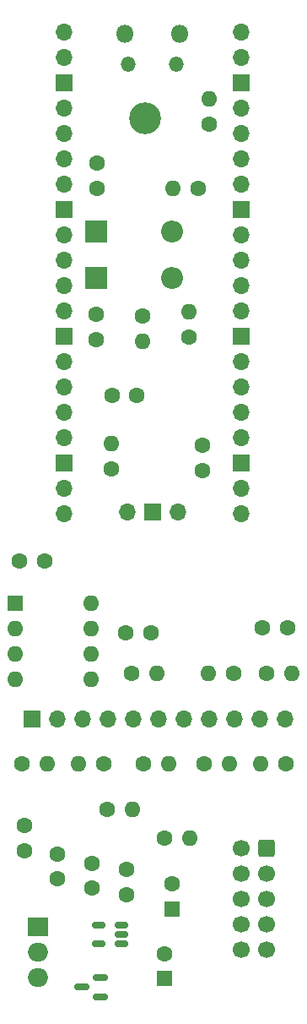
<source format=gbr>
%TF.GenerationSoftware,KiCad,Pcbnew,(6.0.7)*%
%TF.CreationDate,2023-02-07T22:21:13+09:00*%
%TF.ProjectId,scoppy_main,73636f70-7079-45f6-9d61-696e2e6b6963,rev?*%
%TF.SameCoordinates,Original*%
%TF.FileFunction,Soldermask,Top*%
%TF.FilePolarity,Negative*%
%FSLAX46Y46*%
G04 Gerber Fmt 4.6, Leading zero omitted, Abs format (unit mm)*
G04 Created by KiCad (PCBNEW (6.0.7)) date 2023-02-07 22:21:13*
%MOMM*%
%LPD*%
G01*
G04 APERTURE LIST*
G04 Aperture macros list*
%AMRoundRect*
0 Rectangle with rounded corners*
0 $1 Rounding radius*
0 $2 $3 $4 $5 $6 $7 $8 $9 X,Y pos of 4 corners*
0 Add a 4 corners polygon primitive as box body*
4,1,4,$2,$3,$4,$5,$6,$7,$8,$9,$2,$3,0*
0 Add four circle primitives for the rounded corners*
1,1,$1+$1,$2,$3*
1,1,$1+$1,$4,$5*
1,1,$1+$1,$6,$7*
1,1,$1+$1,$8,$9*
0 Add four rect primitives between the rounded corners*
20,1,$1+$1,$2,$3,$4,$5,0*
20,1,$1+$1,$4,$5,$6,$7,0*
20,1,$1+$1,$6,$7,$8,$9,0*
20,1,$1+$1,$8,$9,$2,$3,0*%
G04 Aperture macros list end*
%ADD10C,1.600000*%
%ADD11RoundRect,0.150000X0.512500X0.150000X-0.512500X0.150000X-0.512500X-0.150000X0.512500X-0.150000X0*%
%ADD12C,3.200000*%
%ADD13R,2.200000X2.200000*%
%ADD14O,2.200000X2.200000*%
%ADD15O,1.600000X1.600000*%
%ADD16R,1.700000X1.700000*%
%ADD17O,1.700000X1.700000*%
%ADD18R,1.600000X1.600000*%
%ADD19RoundRect,0.150000X0.587500X0.150000X-0.587500X0.150000X-0.587500X-0.150000X0.587500X-0.150000X0*%
%ADD20RoundRect,0.250000X0.600000X0.600000X-0.600000X0.600000X-0.600000X-0.600000X0.600000X-0.600000X0*%
%ADD21C,1.700000*%
%ADD22O,1.500000X1.500000*%
%ADD23O,1.800000X1.800000*%
%ADD24R,2.000000X1.905000*%
%ADD25O,2.000000X1.905000*%
G04 APERTURE END LIST*
D10*
%TO.C,C22*%
X167100000Y-93400000D03*
X167100000Y-90900000D03*
%TD*%
D11*
%TO.C,U2*%
X169637500Y-153950000D03*
X169637500Y-153000000D03*
X169637500Y-152050000D03*
X167362500Y-152050000D03*
X167362500Y-153950000D03*
%TD*%
D12*
%TO.C,REF2*%
X172000000Y-71200000D03*
%TD*%
D10*
%TO.C,C19*%
X170100000Y-122800000D03*
X172600000Y-122800000D03*
%TD*%
%TO.C,C2*%
X170200000Y-149000000D03*
X170200000Y-146500000D03*
%TD*%
D13*
%TO.C,D7*%
X167080000Y-87200000D03*
D14*
X174700000Y-87200000D03*
%TD*%
D10*
%TO.C,R22*%
X173955000Y-143400000D03*
D15*
X176495000Y-143400000D03*
%TD*%
D10*
%TO.C,R29*%
X171750000Y-91055000D03*
D15*
X171750000Y-93595000D03*
%TD*%
D10*
%TO.C,R28*%
X178500000Y-71800000D03*
D15*
X178500000Y-69260000D03*
%TD*%
D16*
%TO.C,REF4*%
X160700000Y-131400000D03*
D17*
X163240000Y-131400000D03*
X165780000Y-131400000D03*
X168320000Y-131400000D03*
X170860000Y-131400000D03*
X173400000Y-131400000D03*
X175940000Y-131400000D03*
X178480000Y-131400000D03*
X181020000Y-131400000D03*
X183560000Y-131400000D03*
X186100000Y-131400000D03*
%TD*%
D10*
%TO.C,C12*%
X177800000Y-106500000D03*
X177800000Y-104000000D03*
%TD*%
%TO.C,C13*%
X183800000Y-122300000D03*
X186300000Y-122300000D03*
%TD*%
%TO.C,R10*%
X180900000Y-126900000D03*
D15*
X178360000Y-126900000D03*
%TD*%
D10*
%TO.C,C20*%
X168700000Y-99000000D03*
X171200000Y-99000000D03*
%TD*%
%TO.C,R19*%
X171877500Y-135900000D03*
D15*
X174417500Y-135900000D03*
%TD*%
D10*
%TO.C,C18*%
X159900000Y-144600000D03*
X159900000Y-142100000D03*
%TD*%
%TO.C,R13*%
X184200000Y-126900000D03*
D15*
X186740000Y-126900000D03*
%TD*%
D10*
%TO.C,C7*%
X163200000Y-147450000D03*
X163200000Y-144950000D03*
%TD*%
%TO.C,C23*%
X167200000Y-75750000D03*
X167200000Y-78250000D03*
%TD*%
D18*
%TO.C,U6*%
X159000000Y-119800000D03*
D15*
X159000000Y-122340000D03*
X159000000Y-124880000D03*
X159000000Y-127420000D03*
X166620000Y-127420000D03*
X166620000Y-124880000D03*
X166620000Y-122340000D03*
X166620000Y-119800000D03*
%TD*%
D19*
%TO.C,U7*%
X167537500Y-159250000D03*
X167537500Y-157350000D03*
X165662500Y-158300000D03*
%TD*%
D10*
%TO.C,C11*%
X166700000Y-148400000D03*
X166700000Y-145900000D03*
%TD*%
%TO.C,C17*%
X159450000Y-115600000D03*
X161950000Y-115600000D03*
%TD*%
%TO.C,R24*%
X168600000Y-106400000D03*
D15*
X168600000Y-103860000D03*
%TD*%
D13*
%TO.C,D8*%
X167090000Y-82600000D03*
D14*
X174710000Y-82600000D03*
%TD*%
D10*
%TO.C,R27*%
X176400000Y-93200000D03*
D15*
X176400000Y-90660000D03*
%TD*%
D10*
%TO.C,R11*%
X170655000Y-126900000D03*
D15*
X173195000Y-126900000D03*
%TD*%
D10*
%TO.C,R23*%
X159700000Y-135900000D03*
D15*
X162240000Y-135900000D03*
%TD*%
D10*
%TO.C,R30*%
X177400000Y-78300000D03*
D15*
X174860000Y-78300000D03*
%TD*%
D10*
%TO.C,R20*%
X177966300Y-135900000D03*
D15*
X180506300Y-135900000D03*
%TD*%
D10*
%TO.C,R25*%
X168210000Y-140500000D03*
D15*
X170750000Y-140500000D03*
%TD*%
D10*
%TO.C,R9*%
X167878800Y-135900000D03*
D15*
X165338800Y-135900000D03*
%TD*%
D10*
%TO.C,R26*%
X186145000Y-135900000D03*
D15*
X183605000Y-135900000D03*
%TD*%
D18*
%TO.C,C14*%
X174750000Y-150455100D03*
D10*
X174750000Y-147955100D03*
%TD*%
D18*
%TO.C,C8*%
X174000000Y-157432400D03*
D10*
X174000000Y-154932400D03*
%TD*%
D20*
%TO.C,J6*%
X184252500Y-144420000D03*
D21*
X181712500Y-144420000D03*
X184252500Y-146960000D03*
X181712500Y-146960000D03*
X184252500Y-149500000D03*
X181712500Y-149500000D03*
X184252500Y-152040000D03*
X181712500Y-152040000D03*
X184252500Y-154580000D03*
X181712500Y-154580000D03*
%TD*%
D22*
%TO.C,U1*%
X170325000Y-65780000D03*
X175175000Y-65780000D03*
D23*
X170025000Y-62750000D03*
X175475000Y-62750000D03*
D17*
X181640000Y-62620000D03*
X181640000Y-65160000D03*
D16*
X181640000Y-67700000D03*
D17*
X181640000Y-70240000D03*
X181640000Y-72780000D03*
X181640000Y-75320000D03*
X181640000Y-77860000D03*
D16*
X181640000Y-80400000D03*
D17*
X181640000Y-82940000D03*
X181640000Y-85480000D03*
X181640000Y-88020000D03*
X181640000Y-90560000D03*
D16*
X181640000Y-93100000D03*
D17*
X181640000Y-95640000D03*
X181640000Y-98180000D03*
X181640000Y-100720000D03*
X181640000Y-103260000D03*
D16*
X181640000Y-105800000D03*
D17*
X181640000Y-108340000D03*
X181640000Y-110880000D03*
X163860000Y-110880000D03*
X163860000Y-108340000D03*
D16*
X163860000Y-105800000D03*
D17*
X163860000Y-103260000D03*
X163860000Y-100720000D03*
X163860000Y-98180000D03*
X163860000Y-95640000D03*
D16*
X163860000Y-93100000D03*
D17*
X163860000Y-90560000D03*
X163860000Y-88020000D03*
X163860000Y-85480000D03*
X163860000Y-82940000D03*
D16*
X163860000Y-80400000D03*
D17*
X163860000Y-77860000D03*
X163860000Y-75320000D03*
X163860000Y-72780000D03*
X163860000Y-70240000D03*
D16*
X163860000Y-67700000D03*
D17*
X163860000Y-65160000D03*
X163860000Y-62620000D03*
X175290000Y-110650000D03*
D16*
X172750000Y-110650000D03*
D17*
X170210000Y-110650000D03*
%TD*%
D24*
%TO.C,U3*%
X161250000Y-152250000D03*
D25*
X161250000Y-154790000D03*
X161250000Y-157330000D03*
%TD*%
M02*

</source>
